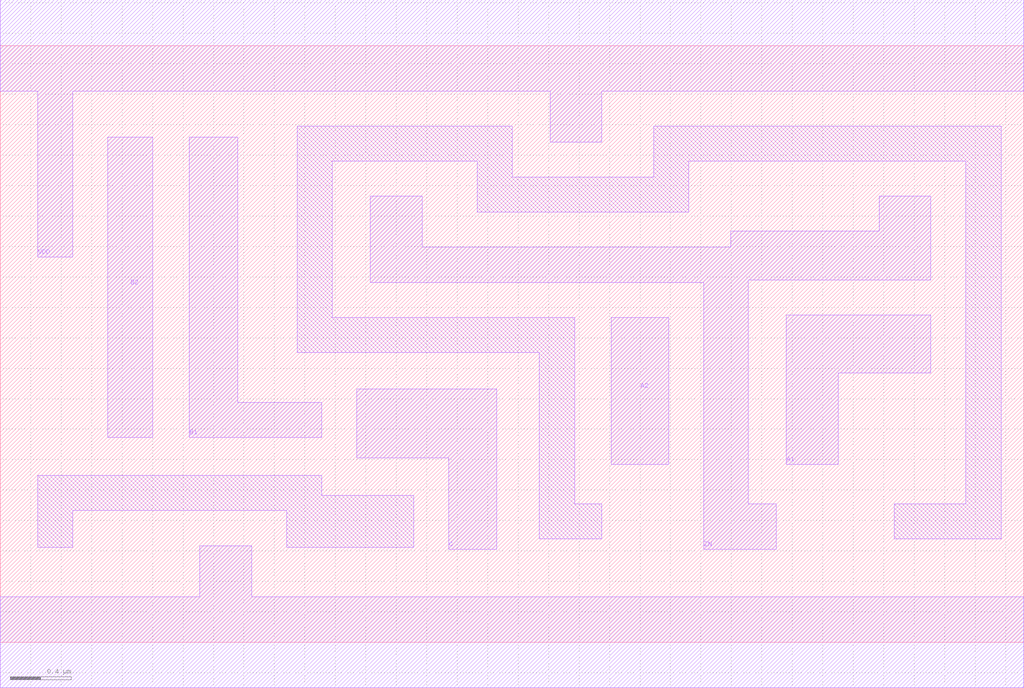
<source format=lef>
# Copyright 2022 GlobalFoundries PDK Authors
#
# Licensed under the Apache License, Version 2.0 (the "License");
# you may not use this file except in compliance with the License.
# You may obtain a copy of the License at
#
#      http://www.apache.org/licenses/LICENSE-2.0
#
# Unless required by applicable law or agreed to in writing, software
# distributed under the License is distributed on an "AS IS" BASIS,
# WITHOUT WARRANTIES OR CONDITIONS OF ANY KIND, either express or implied.
# See the License for the specific language governing permissions and
# limitations under the License.

MACRO gf180mcu_fd_sc_mcu7t5v0__oai221_1
  CLASS core ;
  FOREIGN gf180mcu_fd_sc_mcu7t5v0__oai221_1 0.0 0.0 ;
  ORIGIN 0 0 ;
  SYMMETRY X Y ;
  SITE GF018hv5v_mcu_sc7 ;
  SIZE 6.72 BY 3.92 ;
  PIN A1
    DIRECTION INPUT ;
    ANTENNAGATEAREA 1.102 ;
    PORT
      LAYER METAL1 ;
        POLYGON 5.16 1.17 5.5 1.17 5.5 1.77 6.11 1.77 6.11 2.15 5.16 2.15  ;
    END
  END A1
  PIN A2
    DIRECTION INPUT ;
    ANTENNAGATEAREA 1.102 ;
    PORT
      LAYER METAL1 ;
        POLYGON 4.01 1.17 4.39 1.17 4.39 2.135 4.01 2.135  ;
    END
  END A2
  PIN B1
    DIRECTION INPUT ;
    ANTENNAGATEAREA 1.102 ;
    PORT
      LAYER METAL1 ;
        POLYGON 1.24 1.345 2.11 1.345 2.11 1.575 1.56 1.575 1.56 3.32 1.24 3.32  ;
    END
  END B1
  PIN B2
    DIRECTION INPUT ;
    ANTENNAGATEAREA 1.102 ;
    PORT
      LAYER METAL1 ;
        POLYGON 0.705 1.345 1 1.345 1 3.32 0.705 3.32  ;
    END
  END B2
  PIN C
    DIRECTION INPUT ;
    ANTENNAGATEAREA 0.9645 ;
    PORT
      LAYER METAL1 ;
        POLYGON 2.34 1.21 2.715 1.21 2.945 1.21 2.945 0.61 3.26 0.61 3.26 1.665 2.715 1.665 2.34 1.665  ;
    END
  END C
  PIN ZN
    DIRECTION OUTPUT ;
    ANTENNADIFFAREA 1.7536 ;
    PORT
      LAYER METAL1 ;
        POLYGON 4.91 2.38 6.11 2.38 6.11 2.93 5.77 2.93 5.77 2.7 4.795 2.7 4.795 2.595 2.77 2.595 2.77 2.93 2.43 2.93 2.43 2.365 4.62 2.365 4.62 0.61 5.095 0.61 5.095 0.91 4.91 0.91  ;
    END
  END ZN
  PIN VDD
    DIRECTION INOUT ;
    USE power ;
    SHAPE ABUTMENT ;
    PORT
      LAYER METAL1 ;
        POLYGON 0 3.62 0.245 3.62 0.245 2.53 0.475 2.53 0.475 3.62 3.61 3.62 3.61 3.285 3.95 3.285 3.95 3.62 6.57 3.62 6.72 3.62 6.72 4.22 6.57 4.22 0 4.22  ;
    END
  END VDD
  PIN VSS
    DIRECTION INOUT ;
    USE ground ;
    SHAPE ABUTMENT ;
    PORT
      LAYER METAL1 ;
        POLYGON 0 -0.3 6.72 -0.3 6.72 0.3 1.65 0.3 1.65 0.635 1.31 0.635 1.31 0.3 0 0.3  ;
    END
  END VSS
  OBS
      LAYER METAL1 ;
        POLYGON 0.245 0.625 0.475 0.625 0.475 0.865 1.88 0.865 1.88 0.625 2.715 0.625 2.715 0.965 2.11 0.965 2.11 1.095 0.245 1.095  ;
        POLYGON 2.18 3.16 3.13 3.16 3.13 2.825 4.52 2.825 4.52 3.16 6.34 3.16 6.34 0.91 5.87 0.91 5.87 0.68 6.57 0.68 6.57 3.39 4.29 3.39 4.29 3.055 3.36 3.055 3.36 3.39 1.95 3.39 1.95 1.905 3.54 1.905 3.54 0.68 3.95 0.68 3.95 0.91 3.77 0.91 3.77 2.135 2.18 2.135  ;
  END
END gf180mcu_fd_sc_mcu7t5v0__oai221_1

</source>
